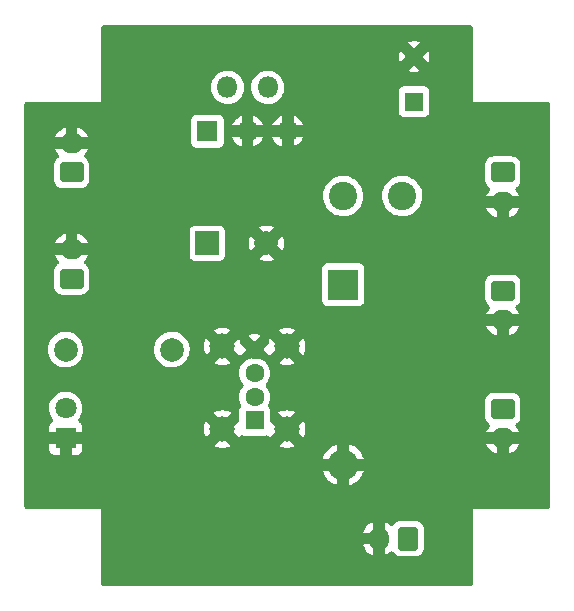
<source format=gbr>
G04 #@! TF.GenerationSoftware,KiCad,Pcbnew,(6.0.1)*
G04 #@! TF.CreationDate,2022-01-19T14:13:58+00:00*
G04 #@! TF.ProjectId,power_supply,706f7765-725f-4737-9570-706c792e6b69,rev?*
G04 #@! TF.SameCoordinates,Original*
G04 #@! TF.FileFunction,Copper,L2,Bot*
G04 #@! TF.FilePolarity,Positive*
%FSLAX46Y46*%
G04 Gerber Fmt 4.6, Leading zero omitted, Abs format (unit mm)*
G04 Created by KiCad (PCBNEW (6.0.1)) date 2022-01-19 14:13:58*
%MOMM*%
%LPD*%
G01*
G04 APERTURE LIST*
G04 Aperture macros list*
%AMRoundRect*
0 Rectangle with rounded corners*
0 $1 Rounding radius*
0 $2 $3 $4 $5 $6 $7 $8 $9 X,Y pos of 4 corners*
0 Add a 4 corners polygon primitive as box body*
4,1,4,$2,$3,$4,$5,$6,$7,$8,$9,$2,$3,0*
0 Add four circle primitives for the rounded corners*
1,1,$1+$1,$2,$3*
1,1,$1+$1,$4,$5*
1,1,$1+$1,$6,$7*
1,1,$1+$1,$8,$9*
0 Add four rect primitives between the rounded corners*
20,1,$1+$1,$2,$3,$4,$5,0*
20,1,$1+$1,$4,$5,$6,$7,0*
20,1,$1+$1,$6,$7,$8,$9,0*
20,1,$1+$1,$8,$9,$2,$3,0*%
G04 Aperture macros list end*
G04 #@! TA.AperFunction,ComponentPad*
%ADD10R,1.600000X1.600000*%
G04 #@! TD*
G04 #@! TA.AperFunction,ComponentPad*
%ADD11C,1.600000*%
G04 #@! TD*
G04 #@! TA.AperFunction,ComponentPad*
%ADD12C,2.150000*%
G04 #@! TD*
G04 #@! TA.AperFunction,ComponentPad*
%ADD13O,1.700000X2.000000*%
G04 #@! TD*
G04 #@! TA.AperFunction,ComponentPad*
%ADD14RoundRect,0.250000X0.600000X0.750000X-0.600000X0.750000X-0.600000X-0.750000X0.600000X-0.750000X0*%
G04 #@! TD*
G04 #@! TA.AperFunction,ComponentPad*
%ADD15O,2.000000X1.700000*%
G04 #@! TD*
G04 #@! TA.AperFunction,ComponentPad*
%ADD16RoundRect,0.250000X-0.750000X0.600000X-0.750000X-0.600000X0.750000X-0.600000X0.750000X0.600000X0*%
G04 #@! TD*
G04 #@! TA.AperFunction,ComponentPad*
%ADD17C,2.000000*%
G04 #@! TD*
G04 #@! TA.AperFunction,ComponentPad*
%ADD18C,1.800000*%
G04 #@! TD*
G04 #@! TA.AperFunction,ComponentPad*
%ADD19R,1.800000X1.800000*%
G04 #@! TD*
G04 #@! TA.AperFunction,ComponentPad*
%ADD20RoundRect,0.250000X0.750000X-0.600000X0.750000X0.600000X-0.750000X0.600000X-0.750000X-0.600000X0*%
G04 #@! TD*
G04 #@! TA.AperFunction,ComponentPad*
%ADD21R,2.000000X2.000000*%
G04 #@! TD*
G04 #@! TA.AperFunction,ComponentPad*
%ADD22R,2.600000X2.600000*%
G04 #@! TD*
G04 #@! TA.AperFunction,ComponentPad*
%ADD23O,2.600000X2.600000*%
G04 #@! TD*
G04 #@! TA.AperFunction,ComponentPad*
%ADD24C,2.400000*%
G04 #@! TD*
G04 #@! TA.AperFunction,ComponentPad*
%ADD25O,1.800000X1.800000*%
G04 #@! TD*
G04 APERTURE END LIST*
D10*
X178500000Y-146000000D03*
D11*
X178500000Y-144000000D03*
X178500000Y-142000000D03*
X178500000Y-140000000D03*
D12*
X181220000Y-139730000D03*
X175780000Y-139730000D03*
X181220000Y-146730000D03*
X175780000Y-146730000D03*
D13*
X189000000Y-156000000D03*
D14*
X191500000Y-156000000D03*
D15*
X199500000Y-147500000D03*
D16*
X199500000Y-145000000D03*
D17*
X162500000Y-140000000D03*
X171500000Y-140000000D03*
D18*
X162500000Y-144960000D03*
D19*
X162500000Y-147500000D03*
D20*
X163000000Y-125000000D03*
D15*
X163000000Y-122500000D03*
D20*
X163000000Y-134000000D03*
D15*
X163000000Y-131500000D03*
D17*
X179500000Y-131000000D03*
D21*
X174500000Y-131000000D03*
D10*
X192000000Y-119000000D03*
D11*
X192000000Y-115200000D03*
D22*
X186000000Y-134500000D03*
D23*
X186000000Y-149740000D03*
D16*
X199500000Y-125000000D03*
D15*
X199500000Y-127500000D03*
D16*
X199500000Y-135000000D03*
D15*
X199500000Y-137500000D03*
D24*
X186000000Y-127000000D03*
X191000000Y-127000000D03*
D19*
X174500000Y-121500000D03*
D25*
X176200000Y-117800000D03*
X177900000Y-121500000D03*
X179600000Y-117800000D03*
X181300000Y-121500000D03*
G04 #@! TA.AperFunction,Conductor*
G36*
X196846288Y-112518954D02*
G01*
X196927070Y-112572930D01*
X196981046Y-112653712D01*
X197000000Y-112749000D01*
X197000000Y-119000000D01*
X203251000Y-119000000D01*
X203346288Y-119018954D01*
X203427070Y-119072930D01*
X203481046Y-119153712D01*
X203500000Y-119249000D01*
X203500000Y-153251000D01*
X203481046Y-153346288D01*
X203427070Y-153427070D01*
X203346288Y-153481046D01*
X203251000Y-153500000D01*
X197000000Y-153500000D01*
X197000000Y-159751000D01*
X196981046Y-159846288D01*
X196927070Y-159927070D01*
X196846288Y-159981046D01*
X196751000Y-160000000D01*
X165749000Y-160000000D01*
X165653712Y-159981046D01*
X165572930Y-159927070D01*
X165518954Y-159846288D01*
X165500000Y-159751000D01*
X165500000Y-156508257D01*
X187699395Y-156508257D01*
X187700385Y-156515771D01*
X187723754Y-156602985D01*
X187731166Y-156623348D01*
X187821805Y-156817725D01*
X187832635Y-156836482D01*
X187955653Y-157012170D01*
X187969576Y-157028764D01*
X188121239Y-157180427D01*
X188137823Y-157194343D01*
X188313522Y-157317369D01*
X188332269Y-157328192D01*
X188477772Y-157396042D01*
X188496490Y-157400622D01*
X188500000Y-157386277D01*
X188500000Y-157381879D01*
X189500000Y-157381879D01*
X189503760Y-157400779D01*
X189518246Y-157397898D01*
X189667729Y-157328193D01*
X189686482Y-157317365D01*
X189862170Y-157194347D01*
X189878764Y-157180424D01*
X189906593Y-157152595D01*
X189987375Y-157098619D01*
X190082663Y-157079665D01*
X190177951Y-157098619D01*
X190258733Y-157152595D01*
X190294399Y-157197636D01*
X190300219Y-157207042D01*
X190300227Y-157207052D01*
X190307834Y-157219345D01*
X190431689Y-157342984D01*
X190444003Y-157350574D01*
X190444005Y-157350576D01*
X190567413Y-157426645D01*
X190580666Y-157434814D01*
X190662069Y-157461815D01*
X190733864Y-157485629D01*
X190733868Y-157485630D01*
X190746772Y-157489910D01*
X190760300Y-157491296D01*
X190843815Y-157499853D01*
X190843823Y-157499853D01*
X190850134Y-157500500D01*
X192149866Y-157500500D01*
X192156262Y-157499836D01*
X192156269Y-157499836D01*
X192240971Y-157491047D01*
X192240973Y-157491047D01*
X192254519Y-157489641D01*
X192267432Y-157485333D01*
X192267436Y-157485332D01*
X192406810Y-157438833D01*
X192420529Y-157434256D01*
X192432826Y-157426646D01*
X192432829Y-157426645D01*
X192516581Y-157374817D01*
X192569345Y-157342166D01*
X192692984Y-157218311D01*
X192705729Y-157197636D01*
X192777220Y-157081654D01*
X192777220Y-157081653D01*
X192784814Y-157069334D01*
X192839910Y-156903228D01*
X192843540Y-156867800D01*
X192849853Y-156806185D01*
X192849853Y-156806177D01*
X192850500Y-156799866D01*
X192850500Y-155200134D01*
X192839641Y-155095481D01*
X192784256Y-154929471D01*
X192776594Y-154917088D01*
X192699776Y-154792953D01*
X192692166Y-154780655D01*
X192568311Y-154657016D01*
X192555997Y-154649426D01*
X192555995Y-154649424D01*
X192431654Y-154572780D01*
X192431653Y-154572780D01*
X192419334Y-154565186D01*
X192337931Y-154538185D01*
X192266136Y-154514371D01*
X192266132Y-154514370D01*
X192253228Y-154510090D01*
X192236366Y-154508362D01*
X192156185Y-154500147D01*
X192156177Y-154500147D01*
X192149866Y-154499500D01*
X190850134Y-154499500D01*
X190843738Y-154500164D01*
X190843731Y-154500164D01*
X190759029Y-154508953D01*
X190759027Y-154508953D01*
X190745481Y-154510359D01*
X190732568Y-154514667D01*
X190732564Y-154514668D01*
X190594800Y-154560630D01*
X190579471Y-154565744D01*
X190567174Y-154573354D01*
X190567171Y-154573355D01*
X190483419Y-154625183D01*
X190430655Y-154657834D01*
X190307016Y-154781689D01*
X190294549Y-154801914D01*
X190228416Y-154873083D01*
X190140080Y-154913527D01*
X190042990Y-154917088D01*
X189951928Y-154883223D01*
X189906514Y-154847326D01*
X189878761Y-154819573D01*
X189862177Y-154805657D01*
X189686478Y-154682631D01*
X189667731Y-154671808D01*
X189522228Y-154603958D01*
X189503510Y-154599378D01*
X189500000Y-154613723D01*
X189500000Y-157381879D01*
X188500000Y-157381879D01*
X188500000Y-156524527D01*
X188495931Y-156504069D01*
X188475473Y-156500000D01*
X187720686Y-156500000D01*
X187700228Y-156504069D01*
X187699395Y-156508257D01*
X165500000Y-156508257D01*
X165500000Y-155497123D01*
X187701143Y-155497123D01*
X187704970Y-155499011D01*
X187712484Y-155500000D01*
X188475473Y-155500000D01*
X188495931Y-155495931D01*
X188500000Y-155475473D01*
X188500000Y-154618121D01*
X188496240Y-154599221D01*
X188481754Y-154602102D01*
X188332271Y-154671807D01*
X188313518Y-154682635D01*
X188137830Y-154805653D01*
X188121236Y-154819576D01*
X187969576Y-154971236D01*
X187955653Y-154987830D01*
X187832635Y-155163518D01*
X187821805Y-155182275D01*
X187731166Y-155376652D01*
X187723754Y-155397015D01*
X187702507Y-155476309D01*
X187701143Y-155497123D01*
X165500000Y-155497123D01*
X165500000Y-153500000D01*
X159249000Y-153500000D01*
X159153712Y-153481046D01*
X159072930Y-153427070D01*
X159018954Y-153346288D01*
X159000000Y-153251000D01*
X159000000Y-150243996D01*
X184271369Y-150243996D01*
X184274198Y-150260245D01*
X184347884Y-150465478D01*
X184355383Y-150482320D01*
X184473267Y-150701715D01*
X184483167Y-150717254D01*
X184632188Y-150916816D01*
X184644273Y-150930719D01*
X184821154Y-151106064D01*
X184835168Y-151118033D01*
X185036027Y-151265309D01*
X185051641Y-151275066D01*
X185272059Y-151391033D01*
X185288967Y-151398385D01*
X185476849Y-151463996D01*
X185497327Y-151466875D01*
X185500000Y-151451116D01*
X185500000Y-151445259D01*
X186500000Y-151445259D01*
X186504069Y-151465717D01*
X186508532Y-151466604D01*
X186515520Y-151465700D01*
X186578729Y-151449058D01*
X186596157Y-151443057D01*
X186824993Y-151344741D01*
X186841330Y-151336237D01*
X187053121Y-151205177D01*
X187068033Y-151194343D01*
X187258122Y-151033421D01*
X187271268Y-151020502D01*
X187435483Y-150833250D01*
X187446573Y-150818534D01*
X187581306Y-150609068D01*
X187590101Y-150592868D01*
X187692395Y-150365785D01*
X187698697Y-150348469D01*
X187722632Y-150263602D01*
X187724269Y-150242812D01*
X187721209Y-150241253D01*
X187712147Y-150240000D01*
X186524527Y-150240000D01*
X186504069Y-150244069D01*
X186500000Y-150264527D01*
X186500000Y-151445259D01*
X185500000Y-151445259D01*
X185500000Y-150264527D01*
X185495931Y-150244069D01*
X185475473Y-150240000D01*
X184291456Y-150240000D01*
X184271369Y-150243996D01*
X159000000Y-150243996D01*
X159000000Y-149237058D01*
X184274700Y-149237058D01*
X184279312Y-149239257D01*
X184285253Y-149240000D01*
X185475473Y-149240000D01*
X185495931Y-149235931D01*
X185500000Y-149215473D01*
X186500000Y-149215473D01*
X186504069Y-149235931D01*
X186524527Y-149240000D01*
X187707926Y-149240000D01*
X187728384Y-149235931D01*
X187729706Y-149229282D01*
X187729392Y-149226474D01*
X187728216Y-149221274D01*
X187722824Y-149203639D01*
X187632561Y-148971526D01*
X187624619Y-148954876D01*
X187501039Y-148738656D01*
X187490731Y-148723374D01*
X187336541Y-148527786D01*
X187324090Y-148514197D01*
X187142683Y-148343546D01*
X187128360Y-148331947D01*
X186923727Y-148189989D01*
X186907839Y-148180630D01*
X186684475Y-148070479D01*
X186667378Y-148063572D01*
X186523357Y-148017470D01*
X186502635Y-148015109D01*
X186502056Y-148016153D01*
X186500000Y-148029320D01*
X186500000Y-149215473D01*
X185500000Y-149215473D01*
X185500000Y-148035275D01*
X185495931Y-148014817D01*
X185493111Y-148014256D01*
X185483021Y-148015697D01*
X185376728Y-148046678D01*
X185359470Y-148053130D01*
X185133286Y-148157402D01*
X185117168Y-148166337D01*
X184908883Y-148302894D01*
X184894266Y-148314111D01*
X184708449Y-148479959D01*
X184695649Y-148493214D01*
X184536393Y-148684698D01*
X184525691Y-148699701D01*
X184396480Y-148912633D01*
X184388120Y-148929041D01*
X184291806Y-149158725D01*
X184285956Y-149176206D01*
X184275792Y-149216231D01*
X184274700Y-149237058D01*
X159000000Y-149237058D01*
X159000000Y-148440593D01*
X161100000Y-148440593D01*
X161100727Y-148454028D01*
X161104956Y-148492955D01*
X161112122Y-148523089D01*
X161150691Y-148625973D01*
X161167554Y-148656774D01*
X161232171Y-148742992D01*
X161257008Y-148767829D01*
X161343226Y-148832446D01*
X161374027Y-148849309D01*
X161476911Y-148887878D01*
X161507045Y-148895044D01*
X161545972Y-148899273D01*
X161559407Y-148900000D01*
X161975473Y-148900000D01*
X161995931Y-148895931D01*
X162000000Y-148875473D01*
X163000000Y-148875473D01*
X163004069Y-148895931D01*
X163024527Y-148900000D01*
X163440593Y-148900000D01*
X163454028Y-148899273D01*
X163492955Y-148895044D01*
X163523089Y-148887878D01*
X163625973Y-148849309D01*
X163656774Y-148832446D01*
X163742992Y-148767829D01*
X163767829Y-148742992D01*
X163832446Y-148656774D01*
X163849309Y-148625973D01*
X163887878Y-148523089D01*
X163895044Y-148492955D01*
X163899273Y-148454028D01*
X163900000Y-148440593D01*
X163900000Y-148141239D01*
X175081184Y-148141239D01*
X175097204Y-148151944D01*
X175282761Y-148228805D01*
X175301303Y-148234829D01*
X175523343Y-148288136D01*
X175542606Y-148291186D01*
X175770242Y-148309102D01*
X175789758Y-148309102D01*
X176017394Y-148291186D01*
X176036657Y-148288136D01*
X176258697Y-148234829D01*
X176277239Y-148228805D01*
X176462794Y-148151945D01*
X176478816Y-148141239D01*
X180521184Y-148141239D01*
X180537204Y-148151944D01*
X180722761Y-148228805D01*
X180741303Y-148234829D01*
X180963343Y-148288136D01*
X180982606Y-148291186D01*
X181210242Y-148309102D01*
X181229758Y-148309102D01*
X181457394Y-148291186D01*
X181476657Y-148288136D01*
X181698697Y-148234829D01*
X181717239Y-148228805D01*
X181902794Y-148151945D01*
X181918816Y-148141239D01*
X181908112Y-148125219D01*
X181786653Y-148003760D01*
X198099221Y-148003760D01*
X198102102Y-148018246D01*
X198171807Y-148167729D01*
X198182635Y-148186482D01*
X198305653Y-148362170D01*
X198319576Y-148378764D01*
X198471236Y-148530424D01*
X198487830Y-148544347D01*
X198663518Y-148667365D01*
X198682275Y-148678195D01*
X198876652Y-148768834D01*
X198897015Y-148776246D01*
X198976309Y-148797493D01*
X198997123Y-148798857D01*
X198999011Y-148795030D01*
X199000000Y-148787516D01*
X199000000Y-148779314D01*
X200000000Y-148779314D01*
X200004069Y-148799772D01*
X200008257Y-148800605D01*
X200015771Y-148799615D01*
X200102985Y-148776246D01*
X200123348Y-148768834D01*
X200317725Y-148678195D01*
X200336482Y-148667365D01*
X200512170Y-148544347D01*
X200528764Y-148530424D01*
X200680427Y-148378761D01*
X200694343Y-148362177D01*
X200817369Y-148186478D01*
X200828192Y-148167731D01*
X200896042Y-148022228D01*
X200900622Y-148003510D01*
X200886277Y-148000000D01*
X200024527Y-148000000D01*
X200004069Y-148004069D01*
X200000000Y-148024527D01*
X200000000Y-148779314D01*
X199000000Y-148779314D01*
X199000000Y-148024527D01*
X198995931Y-148004069D01*
X198975473Y-148000000D01*
X198118121Y-148000000D01*
X198099221Y-148003760D01*
X181786653Y-148003760D01*
X181237341Y-147454448D01*
X181220000Y-147442861D01*
X181202659Y-147454448D01*
X180531889Y-148125218D01*
X180521184Y-148141239D01*
X176478816Y-148141239D01*
X176468112Y-148125219D01*
X175797341Y-147454448D01*
X175780000Y-147442861D01*
X175762659Y-147454448D01*
X175091889Y-148125218D01*
X175081184Y-148141239D01*
X163900000Y-148141239D01*
X163900000Y-148024527D01*
X163895931Y-148004069D01*
X163875473Y-148000000D01*
X163024527Y-148000000D01*
X163004069Y-148004069D01*
X163000000Y-148024527D01*
X163000000Y-148875473D01*
X162000000Y-148875473D01*
X162000000Y-148024527D01*
X161995931Y-148004069D01*
X161975473Y-148000000D01*
X161124527Y-148000000D01*
X161104069Y-148004069D01*
X161100000Y-148024527D01*
X161100000Y-148440593D01*
X159000000Y-148440593D01*
X159000000Y-144925665D01*
X161095119Y-144925665D01*
X161108376Y-145155580D01*
X161110623Y-145165548D01*
X161110623Y-145165552D01*
X161148761Y-145334781D01*
X161159006Y-145380242D01*
X161245649Y-145593618D01*
X161365979Y-145789978D01*
X161372668Y-145797700D01*
X161380360Y-145806580D01*
X161428422Y-145891014D01*
X161440514Y-145987414D01*
X161414794Y-146081103D01*
X161355180Y-146157818D01*
X161341482Y-146168861D01*
X161257008Y-146232171D01*
X161232171Y-146257008D01*
X161167554Y-146343226D01*
X161150691Y-146374027D01*
X161112122Y-146476911D01*
X161104956Y-146507045D01*
X161100727Y-146545972D01*
X161100000Y-146559407D01*
X161100000Y-146975473D01*
X161104069Y-146995931D01*
X161124527Y-147000000D01*
X163875473Y-147000000D01*
X163895931Y-146995931D01*
X163900000Y-146975473D01*
X163900000Y-146739758D01*
X174200898Y-146739758D01*
X174218814Y-146967394D01*
X174221864Y-146986657D01*
X174275171Y-147208697D01*
X174281195Y-147227239D01*
X174358055Y-147412794D01*
X174368761Y-147428816D01*
X174384781Y-147418112D01*
X175055552Y-146747341D01*
X175067139Y-146730000D01*
X176492861Y-146730000D01*
X176504448Y-146747341D01*
X177175218Y-147418111D01*
X177191239Y-147428816D01*
X177201944Y-147412795D01*
X177204839Y-147405806D01*
X177258814Y-147325024D01*
X177339595Y-147271046D01*
X177434883Y-147252091D01*
X177522291Y-147267936D01*
X177576804Y-147288372D01*
X177576805Y-147288372D01*
X177591420Y-147293851D01*
X177652623Y-147300500D01*
X178499434Y-147300500D01*
X179347376Y-147300499D01*
X179408580Y-147293851D01*
X179477710Y-147267936D01*
X179573587Y-147252235D01*
X179668175Y-147274421D01*
X179747073Y-147331115D01*
X179795161Y-147405806D01*
X179798055Y-147412793D01*
X179808761Y-147428816D01*
X179824781Y-147418112D01*
X180495552Y-146747341D01*
X180507139Y-146730000D01*
X181932861Y-146730000D01*
X181944448Y-146747341D01*
X182615218Y-147418111D01*
X182631239Y-147428816D01*
X182641944Y-147412796D01*
X182718805Y-147227239D01*
X182724829Y-147208697D01*
X182778136Y-146986657D01*
X182781186Y-146967394D01*
X182799102Y-146739758D01*
X182799102Y-146720242D01*
X182781186Y-146492606D01*
X182778136Y-146473343D01*
X182724829Y-146251303D01*
X182718805Y-146232761D01*
X182641945Y-146047206D01*
X182631239Y-146031184D01*
X182615219Y-146041888D01*
X181944448Y-146712659D01*
X181932861Y-146730000D01*
X180507139Y-146730000D01*
X180495552Y-146712659D01*
X179873430Y-146090537D01*
X179819454Y-146009755D01*
X179800500Y-145914467D01*
X179800499Y-145318761D01*
X180521184Y-145318761D01*
X180531888Y-145334781D01*
X181202659Y-146005552D01*
X181220000Y-146017139D01*
X181237341Y-146005552D01*
X181593027Y-145649866D01*
X197999500Y-145649866D01*
X198000164Y-145656262D01*
X198000164Y-145656269D01*
X198003019Y-145683783D01*
X198010359Y-145754519D01*
X198014667Y-145767432D01*
X198014668Y-145767436D01*
X198022189Y-145789978D01*
X198065744Y-145920529D01*
X198073354Y-145932826D01*
X198073355Y-145932829D01*
X198117344Y-146003914D01*
X198157834Y-146069345D01*
X198168070Y-146079563D01*
X198246462Y-146157818D01*
X198281689Y-146192984D01*
X198301914Y-146205451D01*
X198373083Y-146271584D01*
X198413527Y-146359920D01*
X198417088Y-146457010D01*
X198383223Y-146548072D01*
X198347326Y-146593486D01*
X198319573Y-146621239D01*
X198305657Y-146637823D01*
X198182631Y-146813522D01*
X198171808Y-146832269D01*
X198103958Y-146977772D01*
X198099378Y-146996490D01*
X198113723Y-147000000D01*
X200881879Y-147000000D01*
X200900779Y-146996240D01*
X200897898Y-146981754D01*
X200828193Y-146832271D01*
X200817365Y-146813518D01*
X200694347Y-146637830D01*
X200680424Y-146621236D01*
X200652595Y-146593407D01*
X200598619Y-146512625D01*
X200579665Y-146417337D01*
X200598619Y-146322049D01*
X200652595Y-146241267D01*
X200697636Y-146205601D01*
X200707042Y-146199781D01*
X200707052Y-146199773D01*
X200719345Y-146192166D01*
X200842984Y-146068311D01*
X200855994Y-146047206D01*
X200927220Y-145931654D01*
X200927220Y-145931653D01*
X200934814Y-145919334D01*
X200975159Y-145797700D01*
X200985629Y-145766136D01*
X200985630Y-145766132D01*
X200989910Y-145753228D01*
X201000500Y-145649866D01*
X201000500Y-144350134D01*
X200995848Y-144305295D01*
X200991047Y-144259029D01*
X200991047Y-144259027D01*
X200989641Y-144245481D01*
X200934256Y-144079471D01*
X200891784Y-144010836D01*
X200849776Y-143942953D01*
X200842166Y-143930655D01*
X200718311Y-143807016D01*
X200705997Y-143799426D01*
X200705995Y-143799424D01*
X200581654Y-143722780D01*
X200581653Y-143722780D01*
X200569334Y-143715186D01*
X200457821Y-143678198D01*
X200416136Y-143664371D01*
X200416132Y-143664370D01*
X200403228Y-143660090D01*
X200386366Y-143658362D01*
X200306185Y-143650147D01*
X200306177Y-143650147D01*
X200299866Y-143649500D01*
X198700134Y-143649500D01*
X198693738Y-143650164D01*
X198693731Y-143650164D01*
X198609029Y-143658953D01*
X198609027Y-143658953D01*
X198595481Y-143660359D01*
X198582568Y-143664667D01*
X198582564Y-143664668D01*
X198444800Y-143710630D01*
X198429471Y-143715744D01*
X198417174Y-143723354D01*
X198417171Y-143723355D01*
X198353413Y-143762810D01*
X198280655Y-143807834D01*
X198270437Y-143818070D01*
X198172173Y-143916506D01*
X198157016Y-143931689D01*
X198065186Y-144080666D01*
X198060630Y-144094403D01*
X198014803Y-144232564D01*
X198010090Y-144246772D01*
X197999500Y-144350134D01*
X197999500Y-145649866D01*
X181593027Y-145649866D01*
X181908111Y-145334782D01*
X181918816Y-145318761D01*
X181902796Y-145308056D01*
X181717239Y-145231195D01*
X181698697Y-145225171D01*
X181476657Y-145171864D01*
X181457394Y-145168814D01*
X181229758Y-145150898D01*
X181210242Y-145150898D01*
X180982606Y-145168814D01*
X180963343Y-145171864D01*
X180741303Y-145225171D01*
X180722761Y-145231195D01*
X180537206Y-145308055D01*
X180521184Y-145318761D01*
X179800499Y-145318761D01*
X179800499Y-145159366D01*
X179800499Y-145152624D01*
X179793851Y-145091420D01*
X179743526Y-144957176D01*
X179675842Y-144866866D01*
X179633862Y-144779248D01*
X179628608Y-144682235D01*
X179649422Y-144612302D01*
X179698469Y-144507120D01*
X179726739Y-144446496D01*
X179785635Y-144226692D01*
X179798853Y-144075616D01*
X179804520Y-144010836D01*
X179805468Y-144000000D01*
X179797517Y-143909119D01*
X179786583Y-143784140D01*
X179786582Y-143784136D01*
X179785635Y-143773308D01*
X179726739Y-143553504D01*
X179630568Y-143347266D01*
X179500047Y-143160861D01*
X179496787Y-143157601D01*
X179451402Y-143074874D01*
X179440826Y-142978297D01*
X179468013Y-142885023D01*
X179495903Y-142843283D01*
X179500047Y-142839139D01*
X179630568Y-142652734D01*
X179726739Y-142446496D01*
X179785635Y-142226692D01*
X179805468Y-142000000D01*
X179785635Y-141773308D01*
X179726739Y-141553504D01*
X179630568Y-141347266D01*
X179500047Y-141160861D01*
X179480425Y-141141239D01*
X180521184Y-141141239D01*
X180537204Y-141151944D01*
X180722761Y-141228805D01*
X180741303Y-141234829D01*
X180963343Y-141288136D01*
X180982606Y-141291186D01*
X181210242Y-141309102D01*
X181229758Y-141309102D01*
X181457394Y-141291186D01*
X181476657Y-141288136D01*
X181698697Y-141234829D01*
X181717239Y-141228805D01*
X181902794Y-141151945D01*
X181918816Y-141141239D01*
X181908112Y-141125219D01*
X181237341Y-140454448D01*
X181220000Y-140442861D01*
X181202659Y-140454448D01*
X180531889Y-141125218D01*
X180521184Y-141141239D01*
X179480425Y-141141239D01*
X179339139Y-140999953D01*
X179152734Y-140869432D01*
X178946496Y-140773261D01*
X178920529Y-140766303D01*
X178737190Y-140717178D01*
X178737191Y-140717178D01*
X178726692Y-140714365D01*
X178715864Y-140713418D01*
X178715860Y-140713417D01*
X178510836Y-140695480D01*
X178500000Y-140694532D01*
X178489164Y-140695480D01*
X178284140Y-140713417D01*
X178284136Y-140713418D01*
X178273308Y-140714365D01*
X178262809Y-140717178D01*
X178262810Y-140717178D01*
X178079472Y-140766303D01*
X178053504Y-140773261D01*
X177847266Y-140869432D01*
X177660861Y-140999953D01*
X177499953Y-141160861D01*
X177369432Y-141347266D01*
X177273261Y-141553504D01*
X177214365Y-141773308D01*
X177194532Y-142000000D01*
X177214365Y-142226692D01*
X177273261Y-142446496D01*
X177369432Y-142652734D01*
X177499953Y-142839139D01*
X177503213Y-142842399D01*
X177548598Y-142925126D01*
X177559174Y-143021703D01*
X177531987Y-143114977D01*
X177504097Y-143156717D01*
X177499953Y-143160861D01*
X177369432Y-143347266D01*
X177273261Y-143553504D01*
X177214365Y-143773308D01*
X177213418Y-143784136D01*
X177213417Y-143784140D01*
X177202483Y-143909119D01*
X177194532Y-144000000D01*
X177195480Y-144010836D01*
X177201148Y-144075616D01*
X177214365Y-144226692D01*
X177273261Y-144446496D01*
X177301531Y-144507120D01*
X177350578Y-144612302D01*
X177373670Y-144706673D01*
X177358890Y-144802697D01*
X177324158Y-144866866D01*
X177256474Y-144957176D01*
X177206149Y-145091420D01*
X177199500Y-145152623D01*
X177199500Y-145914469D01*
X177180547Y-146009754D01*
X177126571Y-146090536D01*
X176504448Y-146712659D01*
X176492861Y-146730000D01*
X175067139Y-146730000D01*
X175055552Y-146712659D01*
X174384782Y-146041889D01*
X174368761Y-146031184D01*
X174358056Y-146047204D01*
X174281195Y-146232761D01*
X174275171Y-146251303D01*
X174221864Y-146473343D01*
X174218814Y-146492606D01*
X174200898Y-146720242D01*
X174200898Y-146739758D01*
X163900000Y-146739758D01*
X163900000Y-146559407D01*
X163899273Y-146545972D01*
X163895044Y-146507045D01*
X163887878Y-146476911D01*
X163849309Y-146374027D01*
X163832446Y-146343226D01*
X163767829Y-146257008D01*
X163742988Y-146232167D01*
X163657192Y-146167866D01*
X163592309Y-146095553D01*
X163560038Y-146003914D01*
X163565292Y-145906901D01*
X163604312Y-145823317D01*
X163704577Y-145683783D01*
X163718176Y-145656269D01*
X163802089Y-145486482D01*
X163806615Y-145477325D01*
X163854791Y-145318761D01*
X175081184Y-145318761D01*
X175091888Y-145334781D01*
X175762659Y-146005552D01*
X175780000Y-146017139D01*
X175797341Y-146005552D01*
X176468111Y-145334782D01*
X176478816Y-145318761D01*
X176462796Y-145308056D01*
X176277239Y-145231195D01*
X176258697Y-145225171D01*
X176036657Y-145171864D01*
X176017394Y-145168814D01*
X175789758Y-145150898D01*
X175770242Y-145150898D01*
X175542606Y-145168814D01*
X175523343Y-145171864D01*
X175301303Y-145225171D01*
X175282761Y-145231195D01*
X175097206Y-145308055D01*
X175081184Y-145318761D01*
X163854791Y-145318761D01*
X163873563Y-145256975D01*
X163886413Y-145159366D01*
X163902758Y-145035214D01*
X163902758Y-145035209D01*
X163903622Y-145028649D01*
X163905300Y-144960000D01*
X163886430Y-144730478D01*
X163875467Y-144686830D01*
X163832817Y-144517036D01*
X163832816Y-144517033D01*
X163830326Y-144507120D01*
X163762067Y-144350134D01*
X163742571Y-144305295D01*
X163742569Y-144305291D01*
X163738496Y-144295924D01*
X163613405Y-144102563D01*
X163510219Y-143989164D01*
X163465284Y-143939781D01*
X163465283Y-143939780D01*
X163458412Y-143932229D01*
X163277681Y-143789496D01*
X163076065Y-143678198D01*
X163066439Y-143674789D01*
X163066434Y-143674787D01*
X162868608Y-143604733D01*
X162868606Y-143604732D01*
X162858978Y-143601323D01*
X162632250Y-143560937D01*
X162622028Y-143560812D01*
X162622027Y-143560812D01*
X162483389Y-143559118D01*
X162401971Y-143558123D01*
X162391870Y-143559669D01*
X162391865Y-143559669D01*
X162234188Y-143583798D01*
X162174325Y-143592958D01*
X162164611Y-143596133D01*
X162164607Y-143596134D01*
X162138299Y-143604733D01*
X161955424Y-143664506D01*
X161751149Y-143770845D01*
X161566984Y-143909119D01*
X161559925Y-143916506D01*
X161414945Y-144068219D01*
X161414941Y-144068224D01*
X161407877Y-144075616D01*
X161394645Y-144095014D01*
X161292003Y-144245481D01*
X161278099Y-144265863D01*
X161181136Y-144474752D01*
X161119592Y-144696673D01*
X161095119Y-144925665D01*
X159000000Y-144925665D01*
X159000000Y-139963214D01*
X160994806Y-139963214D01*
X161009010Y-140209545D01*
X161011257Y-140219514D01*
X161011257Y-140219517D01*
X161056013Y-140418114D01*
X161063255Y-140450249D01*
X161156084Y-140678861D01*
X161285006Y-140889241D01*
X161446557Y-141075741D01*
X161636399Y-141233351D01*
X161849433Y-141357838D01*
X162079939Y-141445859D01*
X162089950Y-141447896D01*
X162089954Y-141447897D01*
X162311713Y-141493015D01*
X162311715Y-141493015D01*
X162321726Y-141495052D01*
X162424353Y-141498815D01*
X162558087Y-141503719D01*
X162558093Y-141503719D01*
X162568300Y-141504093D01*
X162578431Y-141502795D01*
X162578436Y-141502795D01*
X162713670Y-141485471D01*
X162813041Y-141472741D01*
X163049374Y-141401838D01*
X163270954Y-141293287D01*
X163354981Y-141233351D01*
X163463512Y-141155937D01*
X163463516Y-141155934D01*
X163471829Y-141150004D01*
X163646605Y-140975837D01*
X163790588Y-140775463D01*
X163899911Y-140554264D01*
X163923531Y-140476524D01*
X163968669Y-140327956D01*
X163968669Y-140327954D01*
X163971639Y-140318180D01*
X164003845Y-140073550D01*
X164005643Y-140000000D01*
X164004218Y-139982661D01*
X164002619Y-139963214D01*
X169994806Y-139963214D01*
X170009010Y-140209545D01*
X170011257Y-140219514D01*
X170011257Y-140219517D01*
X170056013Y-140418114D01*
X170063255Y-140450249D01*
X170156084Y-140678861D01*
X170285006Y-140889241D01*
X170446557Y-141075741D01*
X170636399Y-141233351D01*
X170849433Y-141357838D01*
X171079939Y-141445859D01*
X171089950Y-141447896D01*
X171089954Y-141447897D01*
X171311713Y-141493015D01*
X171311715Y-141493015D01*
X171321726Y-141495052D01*
X171424353Y-141498815D01*
X171558087Y-141503719D01*
X171558093Y-141503719D01*
X171568300Y-141504093D01*
X171578431Y-141502795D01*
X171578436Y-141502795D01*
X171713670Y-141485471D01*
X171813041Y-141472741D01*
X172049374Y-141401838D01*
X172270954Y-141293287D01*
X172354981Y-141233351D01*
X172463512Y-141155937D01*
X172463516Y-141155934D01*
X172471829Y-141150004D01*
X172480625Y-141141239D01*
X175081184Y-141141239D01*
X175097204Y-141151944D01*
X175282761Y-141228805D01*
X175301303Y-141234829D01*
X175523343Y-141288136D01*
X175542606Y-141291186D01*
X175770242Y-141309102D01*
X175789758Y-141309102D01*
X176017394Y-141291186D01*
X176036657Y-141288136D01*
X176258697Y-141234829D01*
X176277239Y-141228805D01*
X176462794Y-141151945D01*
X176478816Y-141141239D01*
X176468112Y-141125219D01*
X175797341Y-140454448D01*
X175780000Y-140442861D01*
X175762659Y-140454448D01*
X175091889Y-141125218D01*
X175081184Y-141141239D01*
X172480625Y-141141239D01*
X172646605Y-140975837D01*
X172790588Y-140775463D01*
X172899911Y-140554264D01*
X172923531Y-140476524D01*
X172968669Y-140327956D01*
X172968669Y-140327954D01*
X172971639Y-140318180D01*
X173003845Y-140073550D01*
X173005643Y-140000000D01*
X173004218Y-139982661D01*
X172986262Y-139764271D01*
X172985425Y-139754089D01*
X172981825Y-139739758D01*
X174200898Y-139739758D01*
X174218814Y-139967394D01*
X174221864Y-139986657D01*
X174275171Y-140208697D01*
X174281195Y-140227239D01*
X174358055Y-140412794D01*
X174368761Y-140428816D01*
X174384781Y-140418112D01*
X175055552Y-139747341D01*
X175067139Y-139730000D01*
X176492861Y-139730000D01*
X176504448Y-139747341D01*
X177175218Y-140418111D01*
X177214688Y-140444484D01*
X177260289Y-140463373D01*
X177274027Y-140476524D01*
X177297644Y-140490856D01*
X177312300Y-140480593D01*
X177775551Y-140017342D01*
X177787139Y-140000000D01*
X179212861Y-140000000D01*
X179224449Y-140017342D01*
X179685762Y-140478656D01*
X179703104Y-140490244D01*
X179740836Y-140465032D01*
X179741103Y-140465432D01*
X179746889Y-140459892D01*
X179785396Y-140444429D01*
X179824779Y-140418114D01*
X180495552Y-139747341D01*
X180507139Y-139730000D01*
X181932861Y-139730000D01*
X181944448Y-139747341D01*
X182615218Y-140418111D01*
X182631239Y-140428816D01*
X182641944Y-140412796D01*
X182718805Y-140227239D01*
X182724829Y-140208697D01*
X182778136Y-139986657D01*
X182781186Y-139967394D01*
X182799102Y-139739758D01*
X182799102Y-139720242D01*
X182781186Y-139492606D01*
X182778136Y-139473343D01*
X182724829Y-139251303D01*
X182718805Y-139232761D01*
X182641945Y-139047206D01*
X182631239Y-139031184D01*
X182615219Y-139041888D01*
X181944448Y-139712659D01*
X181932861Y-139730000D01*
X180507139Y-139730000D01*
X180495552Y-139712659D01*
X179824782Y-139041889D01*
X179808761Y-139031184D01*
X179798056Y-139047204D01*
X179721198Y-139232755D01*
X179715170Y-139251308D01*
X179707572Y-139282954D01*
X179706350Y-139314057D01*
X179719086Y-139394464D01*
X179696407Y-139488934D01*
X179646348Y-139560760D01*
X179224447Y-139982661D01*
X179212861Y-140000000D01*
X177787139Y-140000000D01*
X177775553Y-139982661D01*
X177355268Y-139562376D01*
X177301292Y-139481594D01*
X177282338Y-139386306D01*
X177287123Y-139337727D01*
X177295244Y-139296904D01*
X177294725Y-139292522D01*
X177284830Y-139251308D01*
X177278802Y-139232755D01*
X177201945Y-139047206D01*
X177191239Y-139031184D01*
X177175219Y-139041888D01*
X176504448Y-139712659D01*
X176492861Y-139730000D01*
X175067139Y-139730000D01*
X175055552Y-139712659D01*
X174384782Y-139041889D01*
X174368761Y-139031184D01*
X174358056Y-139047204D01*
X174281195Y-139232761D01*
X174275171Y-139251303D01*
X174221864Y-139473343D01*
X174218814Y-139492606D01*
X174200898Y-139720242D01*
X174200898Y-139739758D01*
X172981825Y-139739758D01*
X172925316Y-139514783D01*
X172826928Y-139288507D01*
X172692905Y-139081339D01*
X172526846Y-138898842D01*
X172333210Y-138745918D01*
X172288463Y-138721216D01*
X172126143Y-138631611D01*
X172126144Y-138631611D01*
X172117198Y-138626673D01*
X172107572Y-138623264D01*
X172107567Y-138623262D01*
X171894240Y-138547719D01*
X171894238Y-138547718D01*
X171884610Y-138544309D01*
X171641694Y-138501039D01*
X171631474Y-138500914D01*
X171631472Y-138500914D01*
X171491179Y-138499200D01*
X171394972Y-138498025D01*
X171205826Y-138526968D01*
X171161166Y-138533802D01*
X171161165Y-138533802D01*
X171151070Y-138535347D01*
X171141359Y-138538521D01*
X170926250Y-138608829D01*
X170926247Y-138608830D01*
X170916540Y-138612003D01*
X170697679Y-138725935D01*
X170500364Y-138874083D01*
X170493312Y-138881463D01*
X170493307Y-138881467D01*
X170469480Y-138906401D01*
X170329896Y-139052468D01*
X170190851Y-139256300D01*
X170086965Y-139480104D01*
X170084238Y-139489939D01*
X170084236Y-139489943D01*
X170023757Y-139708022D01*
X170021026Y-139717871D01*
X169994806Y-139963214D01*
X164002619Y-139963214D01*
X163986262Y-139764271D01*
X163985425Y-139754089D01*
X163925316Y-139514783D01*
X163826928Y-139288507D01*
X163692905Y-139081339D01*
X163526846Y-138898842D01*
X163333210Y-138745918D01*
X163288463Y-138721216D01*
X163126143Y-138631611D01*
X163126144Y-138631611D01*
X163117198Y-138626673D01*
X163107572Y-138623264D01*
X163107567Y-138623262D01*
X162894240Y-138547719D01*
X162894238Y-138547718D01*
X162884610Y-138544309D01*
X162641694Y-138501039D01*
X162631474Y-138500914D01*
X162631472Y-138500914D01*
X162491179Y-138499200D01*
X162394972Y-138498025D01*
X162205826Y-138526968D01*
X162161166Y-138533802D01*
X162161165Y-138533802D01*
X162151070Y-138535347D01*
X162141359Y-138538521D01*
X161926250Y-138608829D01*
X161926247Y-138608830D01*
X161916540Y-138612003D01*
X161697679Y-138725935D01*
X161500364Y-138874083D01*
X161493312Y-138881463D01*
X161493307Y-138881467D01*
X161469480Y-138906401D01*
X161329896Y-139052468D01*
X161190851Y-139256300D01*
X161086965Y-139480104D01*
X161084238Y-139489939D01*
X161084236Y-139489943D01*
X161023757Y-139708022D01*
X161021026Y-139717871D01*
X160994806Y-139963214D01*
X159000000Y-139963214D01*
X159000000Y-138318761D01*
X175081184Y-138318761D01*
X175091888Y-138334781D01*
X175762659Y-139005552D01*
X175780000Y-139017139D01*
X175797341Y-139005552D01*
X176004314Y-138798579D01*
X178009798Y-138798579D01*
X178019407Y-138812300D01*
X178482658Y-139275551D01*
X178500000Y-139287139D01*
X178517342Y-139275551D01*
X178978656Y-138814238D01*
X178989975Y-138797297D01*
X178976253Y-138787689D01*
X178956183Y-138778330D01*
X178935819Y-138770918D01*
X178737106Y-138717673D01*
X178715780Y-138713912D01*
X178510824Y-138695981D01*
X178489176Y-138695981D01*
X178284220Y-138713912D01*
X178262894Y-138717673D01*
X178064181Y-138770918D01*
X178043817Y-138778330D01*
X178026229Y-138786532D01*
X178009798Y-138798579D01*
X176004314Y-138798579D01*
X176468111Y-138334782D01*
X176478816Y-138318761D01*
X180521184Y-138318761D01*
X180531888Y-138334781D01*
X181202659Y-139005552D01*
X181220000Y-139017139D01*
X181237341Y-139005552D01*
X181908111Y-138334782D01*
X181918816Y-138318761D01*
X181902796Y-138308056D01*
X181717239Y-138231195D01*
X181698697Y-138225171D01*
X181476657Y-138171864D01*
X181457394Y-138168814D01*
X181229758Y-138150898D01*
X181210242Y-138150898D01*
X180982606Y-138168814D01*
X180963343Y-138171864D01*
X180741303Y-138225171D01*
X180722761Y-138231195D01*
X180537206Y-138308055D01*
X180521184Y-138318761D01*
X176478816Y-138318761D01*
X176462796Y-138308056D01*
X176277239Y-138231195D01*
X176258697Y-138225171D01*
X176036657Y-138171864D01*
X176017394Y-138168814D01*
X175789758Y-138150898D01*
X175770242Y-138150898D01*
X175542606Y-138168814D01*
X175523343Y-138171864D01*
X175301303Y-138225171D01*
X175282761Y-138231195D01*
X175097206Y-138308055D01*
X175081184Y-138318761D01*
X159000000Y-138318761D01*
X159000000Y-138003760D01*
X198099221Y-138003760D01*
X198102102Y-138018246D01*
X198171807Y-138167729D01*
X198182635Y-138186482D01*
X198305653Y-138362170D01*
X198319576Y-138378764D01*
X198471236Y-138530424D01*
X198487830Y-138544347D01*
X198663518Y-138667365D01*
X198682275Y-138678195D01*
X198876652Y-138768834D01*
X198897015Y-138776246D01*
X198976309Y-138797493D01*
X198997123Y-138798857D01*
X198999011Y-138795030D01*
X199000000Y-138787516D01*
X199000000Y-138779314D01*
X200000000Y-138779314D01*
X200004069Y-138799772D01*
X200008257Y-138800605D01*
X200015771Y-138799615D01*
X200102985Y-138776246D01*
X200123348Y-138768834D01*
X200317725Y-138678195D01*
X200336482Y-138667365D01*
X200512170Y-138544347D01*
X200528764Y-138530424D01*
X200680427Y-138378761D01*
X200694343Y-138362177D01*
X200817369Y-138186478D01*
X200828192Y-138167731D01*
X200896042Y-138022228D01*
X200900622Y-138003510D01*
X200886277Y-138000000D01*
X200024527Y-138000000D01*
X200004069Y-138004069D01*
X200000000Y-138024527D01*
X200000000Y-138779314D01*
X199000000Y-138779314D01*
X199000000Y-138024527D01*
X198995931Y-138004069D01*
X198975473Y-138000000D01*
X198118121Y-138000000D01*
X198099221Y-138003760D01*
X159000000Y-138003760D01*
X159000000Y-134649866D01*
X161499500Y-134649866D01*
X161510359Y-134754519D01*
X161565744Y-134920529D01*
X161657834Y-135069345D01*
X161781689Y-135192984D01*
X161794003Y-135200574D01*
X161794005Y-135200576D01*
X161917413Y-135276645D01*
X161930666Y-135284814D01*
X162012069Y-135311815D01*
X162083864Y-135335629D01*
X162083868Y-135335630D01*
X162096772Y-135339910D01*
X162110300Y-135341296D01*
X162193815Y-135349853D01*
X162193823Y-135349853D01*
X162200134Y-135350500D01*
X163799866Y-135350500D01*
X163806262Y-135349836D01*
X163806269Y-135349836D01*
X163890971Y-135341047D01*
X163890973Y-135341047D01*
X163904519Y-135339641D01*
X163917432Y-135335333D01*
X163917436Y-135335332D01*
X164056810Y-135288833D01*
X164070529Y-135284256D01*
X164082826Y-135276646D01*
X164082829Y-135276645D01*
X164166581Y-135224817D01*
X164219345Y-135192166D01*
X164342984Y-135068311D01*
X164434814Y-134919334D01*
X164461815Y-134837931D01*
X164485629Y-134766136D01*
X164485630Y-134766132D01*
X164489910Y-134753228D01*
X164500500Y-134649866D01*
X164500500Y-133350134D01*
X164489641Y-133245481D01*
X164458661Y-133152623D01*
X184199500Y-133152623D01*
X184199501Y-135847376D01*
X184206149Y-135908580D01*
X184256474Y-136042824D01*
X184342454Y-136157546D01*
X184457176Y-136243526D01*
X184473787Y-136249753D01*
X184576804Y-136288372D01*
X184576805Y-136288372D01*
X184591420Y-136293851D01*
X184652623Y-136300500D01*
X185999100Y-136300500D01*
X187347376Y-136300499D01*
X187408580Y-136293851D01*
X187542824Y-136243526D01*
X187657546Y-136157546D01*
X187743526Y-136042824D01*
X187793851Y-135908580D01*
X187800500Y-135847377D01*
X187800500Y-135649866D01*
X197999500Y-135649866D01*
X198010359Y-135754519D01*
X198065744Y-135920529D01*
X198157834Y-136069345D01*
X198281689Y-136192984D01*
X198301914Y-136205451D01*
X198373083Y-136271584D01*
X198413527Y-136359920D01*
X198417088Y-136457010D01*
X198383223Y-136548072D01*
X198347326Y-136593486D01*
X198319573Y-136621239D01*
X198305657Y-136637823D01*
X198182631Y-136813522D01*
X198171808Y-136832269D01*
X198103958Y-136977772D01*
X198099378Y-136996490D01*
X198113723Y-137000000D01*
X200881879Y-137000000D01*
X200900779Y-136996240D01*
X200897898Y-136981754D01*
X200828193Y-136832271D01*
X200817365Y-136813518D01*
X200694347Y-136637830D01*
X200680424Y-136621236D01*
X200652595Y-136593407D01*
X200598619Y-136512625D01*
X200579665Y-136417337D01*
X200598619Y-136322049D01*
X200652595Y-136241267D01*
X200697636Y-136205601D01*
X200707042Y-136199781D01*
X200707052Y-136199773D01*
X200719345Y-136192166D01*
X200842984Y-136068311D01*
X200858695Y-136042824D01*
X200927220Y-135931654D01*
X200927220Y-135931653D01*
X200934814Y-135919334D01*
X200961815Y-135837931D01*
X200985629Y-135766136D01*
X200985630Y-135766132D01*
X200989910Y-135753228D01*
X201000500Y-135649866D01*
X201000500Y-134350134D01*
X200989641Y-134245481D01*
X200934256Y-134079471D01*
X200842166Y-133930655D01*
X200718311Y-133807016D01*
X200705997Y-133799426D01*
X200705995Y-133799424D01*
X200581654Y-133722780D01*
X200581653Y-133722780D01*
X200569334Y-133715186D01*
X200487931Y-133688185D01*
X200416136Y-133664371D01*
X200416132Y-133664370D01*
X200403228Y-133660090D01*
X200386366Y-133658362D01*
X200306185Y-133650147D01*
X200306177Y-133650147D01*
X200299866Y-133649500D01*
X198700134Y-133649500D01*
X198693738Y-133650164D01*
X198693731Y-133650164D01*
X198609029Y-133658953D01*
X198609027Y-133658953D01*
X198595481Y-133660359D01*
X198582568Y-133664667D01*
X198582564Y-133664668D01*
X198444800Y-133710630D01*
X198429471Y-133715744D01*
X198417174Y-133723354D01*
X198417171Y-133723355D01*
X198333419Y-133775183D01*
X198280655Y-133807834D01*
X198157016Y-133931689D01*
X198065186Y-134080666D01*
X198060630Y-134094403D01*
X198014803Y-134232564D01*
X198010090Y-134246772D01*
X197999500Y-134350134D01*
X197999500Y-135649866D01*
X187800500Y-135649866D01*
X187800499Y-133152624D01*
X187793851Y-133091420D01*
X187743526Y-132957176D01*
X187657546Y-132842454D01*
X187542824Y-132756474D01*
X187467978Y-132728416D01*
X187423196Y-132711628D01*
X187423195Y-132711628D01*
X187408580Y-132706149D01*
X187347377Y-132699500D01*
X186000900Y-132699500D01*
X184652624Y-132699501D01*
X184591420Y-132706149D01*
X184457176Y-132756474D01*
X184342454Y-132842454D01*
X184256474Y-132957176D01*
X184206149Y-133091420D01*
X184199500Y-133152623D01*
X164458661Y-133152623D01*
X164434256Y-133079471D01*
X164342166Y-132930655D01*
X164218311Y-132807016D01*
X164198086Y-132794549D01*
X164126917Y-132728416D01*
X164086473Y-132640080D01*
X164082912Y-132542990D01*
X164116777Y-132451928D01*
X164152674Y-132406514D01*
X164180427Y-132378761D01*
X164194343Y-132362177D01*
X164317369Y-132186478D01*
X164328192Y-132167731D01*
X164396042Y-132022228D01*
X164400622Y-132003510D01*
X164386277Y-132000000D01*
X161618121Y-132000000D01*
X161599221Y-132003760D01*
X161602102Y-132018246D01*
X161671807Y-132167729D01*
X161682635Y-132186482D01*
X161805653Y-132362170D01*
X161819576Y-132378764D01*
X161847405Y-132406593D01*
X161901381Y-132487375D01*
X161920335Y-132582663D01*
X161901381Y-132677951D01*
X161847405Y-132758733D01*
X161802364Y-132794399D01*
X161792958Y-132800219D01*
X161792948Y-132800227D01*
X161780655Y-132807834D01*
X161657016Y-132931689D01*
X161649426Y-132944003D01*
X161649424Y-132944005D01*
X161573504Y-133067171D01*
X161565186Y-133080666D01*
X161541318Y-133152624D01*
X161514803Y-133232564D01*
X161510090Y-133246772D01*
X161499500Y-133350134D01*
X161499500Y-134649866D01*
X159000000Y-134649866D01*
X159000000Y-130996490D01*
X161599378Y-130996490D01*
X161613723Y-131000000D01*
X162475473Y-131000000D01*
X162495931Y-130995931D01*
X162500000Y-130975473D01*
X163500000Y-130975473D01*
X163504069Y-130995931D01*
X163524527Y-131000000D01*
X164381879Y-131000000D01*
X164400779Y-130996240D01*
X164397898Y-130981754D01*
X164328193Y-130832271D01*
X164317365Y-130813518D01*
X164194347Y-130637830D01*
X164180424Y-130621236D01*
X164028764Y-130469576D01*
X164012170Y-130455653D01*
X163836482Y-130332635D01*
X163817725Y-130321805D01*
X163623348Y-130231166D01*
X163602985Y-130223754D01*
X163523691Y-130202507D01*
X163502877Y-130201143D01*
X163500989Y-130204970D01*
X163500000Y-130212484D01*
X163500000Y-130975473D01*
X162500000Y-130975473D01*
X162500000Y-130220686D01*
X162495931Y-130200228D01*
X162491743Y-130199395D01*
X162484229Y-130200385D01*
X162397015Y-130223754D01*
X162376652Y-130231166D01*
X162182275Y-130321805D01*
X162163518Y-130332635D01*
X161987830Y-130455653D01*
X161971236Y-130469576D01*
X161819573Y-130621239D01*
X161805657Y-130637823D01*
X161682631Y-130813522D01*
X161671808Y-130832269D01*
X161603958Y-130977772D01*
X161599378Y-130996490D01*
X159000000Y-130996490D01*
X159000000Y-129952623D01*
X172999500Y-129952623D01*
X172999501Y-132047376D01*
X173006149Y-132108580D01*
X173056474Y-132242824D01*
X173142454Y-132357546D01*
X173257176Y-132443526D01*
X173273787Y-132449753D01*
X173376804Y-132488372D01*
X173376805Y-132488372D01*
X173391420Y-132493851D01*
X173452623Y-132500500D01*
X174499300Y-132500500D01*
X175547376Y-132500499D01*
X175608580Y-132493851D01*
X175742824Y-132443526D01*
X175857546Y-132357546D01*
X175859120Y-132355446D01*
X178856766Y-132355446D01*
X178874252Y-132366780D01*
X179070532Y-132441731D01*
X179090093Y-132447414D01*
X179311771Y-132492516D01*
X179331995Y-132494927D01*
X179558066Y-132503218D01*
X179578414Y-132502294D01*
X179802811Y-132473547D01*
X179822714Y-132469317D01*
X180039404Y-132404306D01*
X180058370Y-132396873D01*
X180124537Y-132364459D01*
X180141091Y-132351825D01*
X180132010Y-132339117D01*
X179517341Y-131724448D01*
X179500000Y-131712861D01*
X179482659Y-131724448D01*
X178867043Y-132340064D01*
X178856766Y-132355446D01*
X175859120Y-132355446D01*
X175943526Y-132242824D01*
X175993851Y-132108580D01*
X176000500Y-132047377D01*
X176000499Y-130973433D01*
X177995897Y-130973433D01*
X178008919Y-131199270D01*
X178011754Y-131219447D01*
X178061487Y-131440126D01*
X178067579Y-131459569D01*
X178135098Y-131625848D01*
X178145587Y-131641786D01*
X178161974Y-131630919D01*
X178775552Y-131017341D01*
X178787139Y-131000000D01*
X180212861Y-131000000D01*
X180224448Y-131017341D01*
X180836374Y-131629267D01*
X180853715Y-131640854D01*
X180853823Y-131640781D01*
X180862736Y-131628354D01*
X180894916Y-131563242D01*
X180902416Y-131544301D01*
X180968179Y-131327850D01*
X180972483Y-131307943D01*
X181002480Y-131080089D01*
X181003506Y-131066910D01*
X181004979Y-131006626D01*
X181004598Y-130993394D01*
X180985767Y-130764353D01*
X180982440Y-130744260D01*
X180927332Y-130524860D01*
X180920764Y-130505569D01*
X180864108Y-130375269D01*
X180852865Y-130359061D01*
X180837764Y-130369343D01*
X180224448Y-130982659D01*
X180212861Y-131000000D01*
X178787139Y-131000000D01*
X178775552Y-130982659D01*
X178163660Y-130370767D01*
X178146754Y-130359471D01*
X178137102Y-130373282D01*
X178091735Y-130471016D01*
X178084707Y-130490117D01*
X178024250Y-130708116D01*
X178020433Y-130728130D01*
X177996394Y-130953060D01*
X177995897Y-130973433D01*
X176000499Y-130973433D01*
X176000499Y-129952624D01*
X175993851Y-129891420D01*
X175943526Y-129757176D01*
X175861297Y-129647459D01*
X178858323Y-129647459D01*
X178858736Y-129648874D01*
X178866306Y-129659199D01*
X179482659Y-130275552D01*
X179500000Y-130287139D01*
X179517341Y-130275552D01*
X180131074Y-129661819D01*
X180142661Y-129644478D01*
X180140971Y-129641949D01*
X180133073Y-129636008D01*
X180125937Y-129632069D01*
X180107360Y-129623720D01*
X179894118Y-129548206D01*
X179874418Y-129543001D01*
X179651711Y-129503332D01*
X179631423Y-129501414D01*
X179405233Y-129498650D01*
X179384901Y-129500071D01*
X179161283Y-129534290D01*
X179141476Y-129539009D01*
X178926458Y-129609288D01*
X178907663Y-129617188D01*
X178874588Y-129634405D01*
X178858323Y-129647459D01*
X175861297Y-129647459D01*
X175857546Y-129642454D01*
X175832550Y-129623720D01*
X175757019Y-129567113D01*
X175742824Y-129556474D01*
X175683647Y-129534290D01*
X175623196Y-129511628D01*
X175623195Y-129511628D01*
X175608580Y-129506149D01*
X175547377Y-129499500D01*
X174500700Y-129499500D01*
X173452624Y-129499501D01*
X173391420Y-129506149D01*
X173257176Y-129556474D01*
X173242981Y-129567113D01*
X173167451Y-129623720D01*
X173142454Y-129642454D01*
X173056474Y-129757176D01*
X173006149Y-129891420D01*
X172999500Y-129952623D01*
X159000000Y-129952623D01*
X159000000Y-126955361D01*
X184295316Y-126955361D01*
X184307443Y-127207820D01*
X184356752Y-127455713D01*
X184442160Y-127693595D01*
X184446532Y-127701732D01*
X184446534Y-127701736D01*
X184510858Y-127821447D01*
X184561792Y-127916240D01*
X184567319Y-127923642D01*
X184567320Y-127923643D01*
X184637964Y-128018246D01*
X184713018Y-128118756D01*
X184892517Y-128296696D01*
X184899969Y-128302160D01*
X184997429Y-128373620D01*
X185096346Y-128446149D01*
X185104510Y-128450445D01*
X185104516Y-128450448D01*
X185213392Y-128507730D01*
X185320026Y-128563833D01*
X185558644Y-128647162D01*
X185806958Y-128694306D01*
X185816180Y-128694668D01*
X185816186Y-128694669D01*
X185933236Y-128699268D01*
X186059513Y-128704229D01*
X186068688Y-128703224D01*
X186068693Y-128703224D01*
X186301577Y-128677719D01*
X186301581Y-128677718D01*
X186310760Y-128676713D01*
X186555181Y-128612363D01*
X186787405Y-128512591D01*
X186795257Y-128507732D01*
X186795261Y-128507730D01*
X186994472Y-128384454D01*
X187002331Y-128379591D01*
X187195238Y-128216283D01*
X187221377Y-128186478D01*
X187355802Y-128033196D01*
X187355803Y-128033194D01*
X187361888Y-128026256D01*
X187498619Y-127813684D01*
X187602428Y-127583236D01*
X187671034Y-127339976D01*
X187702931Y-127089247D01*
X187705268Y-127000000D01*
X187701951Y-126955361D01*
X189295316Y-126955361D01*
X189307443Y-127207820D01*
X189356752Y-127455713D01*
X189442160Y-127693595D01*
X189446532Y-127701732D01*
X189446534Y-127701736D01*
X189510858Y-127821447D01*
X189561792Y-127916240D01*
X189567319Y-127923642D01*
X189567320Y-127923643D01*
X189637964Y-128018246D01*
X189713018Y-128118756D01*
X189892517Y-128296696D01*
X189899969Y-128302160D01*
X189997429Y-128373620D01*
X190096346Y-128446149D01*
X190104510Y-128450445D01*
X190104516Y-128450448D01*
X190213392Y-128507730D01*
X190320026Y-128563833D01*
X190558644Y-128647162D01*
X190806958Y-128694306D01*
X190816180Y-128694668D01*
X190816186Y-128694669D01*
X190933236Y-128699268D01*
X191059513Y-128704229D01*
X191068688Y-128703224D01*
X191068693Y-128703224D01*
X191301577Y-128677719D01*
X191301581Y-128677718D01*
X191310760Y-128676713D01*
X191555181Y-128612363D01*
X191787405Y-128512591D01*
X191795257Y-128507732D01*
X191795261Y-128507730D01*
X191994472Y-128384454D01*
X192002331Y-128379591D01*
X192195238Y-128216283D01*
X192221377Y-128186478D01*
X192355802Y-128033196D01*
X192355803Y-128033194D01*
X192361888Y-128026256D01*
X192376358Y-128003760D01*
X198099221Y-128003760D01*
X198102102Y-128018246D01*
X198171807Y-128167729D01*
X198182635Y-128186482D01*
X198305653Y-128362170D01*
X198319576Y-128378764D01*
X198471236Y-128530424D01*
X198487830Y-128544347D01*
X198663518Y-128667365D01*
X198682275Y-128678195D01*
X198876652Y-128768834D01*
X198897015Y-128776246D01*
X198976309Y-128797493D01*
X198997123Y-128798857D01*
X198999011Y-128795030D01*
X199000000Y-128787516D01*
X199000000Y-128779314D01*
X200000000Y-128779314D01*
X200004069Y-128799772D01*
X200008257Y-128800605D01*
X200015771Y-128799615D01*
X200102985Y-128776246D01*
X200123348Y-128768834D01*
X200317725Y-128678195D01*
X200336482Y-128667365D01*
X200512170Y-128544347D01*
X200528764Y-128530424D01*
X200680427Y-128378761D01*
X200694343Y-128362177D01*
X200817369Y-128186478D01*
X200828192Y-128167731D01*
X200896042Y-128022228D01*
X200900622Y-128003510D01*
X200886277Y-128000000D01*
X200024527Y-128000000D01*
X200004069Y-128004069D01*
X200000000Y-128024527D01*
X200000000Y-128779314D01*
X199000000Y-128779314D01*
X199000000Y-128024527D01*
X198995931Y-128004069D01*
X198975473Y-128000000D01*
X198118121Y-128000000D01*
X198099221Y-128003760D01*
X192376358Y-128003760D01*
X192498619Y-127813684D01*
X192602428Y-127583236D01*
X192671034Y-127339976D01*
X192702931Y-127089247D01*
X192705268Y-127000000D01*
X192686537Y-126747945D01*
X192630756Y-126501428D01*
X192567841Y-126339641D01*
X192542502Y-126274482D01*
X192542501Y-126274479D01*
X192539150Y-126265863D01*
X192413731Y-126046426D01*
X192408019Y-126039180D01*
X192408014Y-126039173D01*
X192262971Y-125855188D01*
X192262967Y-125855184D01*
X192257255Y-125847938D01*
X192073160Y-125674758D01*
X192065581Y-125669500D01*
X192065577Y-125669497D01*
X192037279Y-125649866D01*
X197999500Y-125649866D01*
X198000164Y-125656262D01*
X198000164Y-125656269D01*
X198002739Y-125681084D01*
X198010359Y-125754519D01*
X198014667Y-125767432D01*
X198014668Y-125767436D01*
X198060762Y-125905597D01*
X198065744Y-125920529D01*
X198157834Y-126069345D01*
X198281689Y-126192984D01*
X198301914Y-126205451D01*
X198373083Y-126271584D01*
X198413527Y-126359920D01*
X198417088Y-126457010D01*
X198383223Y-126548072D01*
X198347326Y-126593486D01*
X198319573Y-126621239D01*
X198305657Y-126637823D01*
X198182631Y-126813522D01*
X198171808Y-126832269D01*
X198103958Y-126977772D01*
X198099378Y-126996490D01*
X198113723Y-127000000D01*
X200881879Y-127000000D01*
X200900779Y-126996240D01*
X200897898Y-126981754D01*
X200828193Y-126832271D01*
X200817365Y-126813518D01*
X200694347Y-126637830D01*
X200680424Y-126621236D01*
X200652595Y-126593407D01*
X200598619Y-126512625D01*
X200579665Y-126417337D01*
X200598619Y-126322049D01*
X200652595Y-126241267D01*
X200697636Y-126205601D01*
X200707042Y-126199781D01*
X200707052Y-126199773D01*
X200719345Y-126192166D01*
X200842984Y-126068311D01*
X200934814Y-125919334D01*
X200969281Y-125815421D01*
X200985629Y-125766136D01*
X200985630Y-125766132D01*
X200989910Y-125753228D01*
X201000500Y-125649866D01*
X201000500Y-124350134D01*
X200989641Y-124245481D01*
X200934256Y-124079471D01*
X200842166Y-123930655D01*
X200718311Y-123807016D01*
X200705997Y-123799426D01*
X200705995Y-123799424D01*
X200581654Y-123722780D01*
X200581653Y-123722780D01*
X200569334Y-123715186D01*
X200487931Y-123688185D01*
X200416136Y-123664371D01*
X200416132Y-123664370D01*
X200403228Y-123660090D01*
X200386366Y-123658362D01*
X200306185Y-123650147D01*
X200306177Y-123650147D01*
X200299866Y-123649500D01*
X198700134Y-123649500D01*
X198693738Y-123650164D01*
X198693731Y-123650164D01*
X198609029Y-123658953D01*
X198609027Y-123658953D01*
X198595481Y-123660359D01*
X198582568Y-123664667D01*
X198582564Y-123664668D01*
X198444800Y-123710630D01*
X198429471Y-123715744D01*
X198417174Y-123723354D01*
X198417171Y-123723355D01*
X198408993Y-123728416D01*
X198280655Y-123807834D01*
X198157016Y-123931689D01*
X198065186Y-124080666D01*
X198060630Y-124094403D01*
X198014803Y-124232564D01*
X198010090Y-124246772D01*
X197999500Y-124350134D01*
X197999500Y-125649866D01*
X192037279Y-125649866D01*
X191873083Y-125535959D01*
X191873081Y-125535958D01*
X191865489Y-125530691D01*
X191857200Y-125526603D01*
X191857196Y-125526601D01*
X191647091Y-125422989D01*
X191647089Y-125422988D01*
X191638805Y-125418903D01*
X191555178Y-125392134D01*
X191406886Y-125344665D01*
X191406879Y-125344663D01*
X191398087Y-125341849D01*
X191276136Y-125321988D01*
X191157739Y-125302705D01*
X191157733Y-125302704D01*
X191148624Y-125301221D01*
X191139394Y-125301100D01*
X191139392Y-125301100D01*
X190965701Y-125298827D01*
X190895896Y-125297913D01*
X190886741Y-125299159D01*
X190886740Y-125299159D01*
X190654607Y-125330750D01*
X190654601Y-125330751D01*
X190645455Y-125331996D01*
X190402803Y-125402723D01*
X190394424Y-125406586D01*
X190394418Y-125406588D01*
X190181660Y-125504671D01*
X190173270Y-125508539D01*
X189961899Y-125647120D01*
X189955010Y-125653269D01*
X189955007Y-125653271D01*
X189841568Y-125754519D01*
X189773333Y-125815421D01*
X189611715Y-126009746D01*
X189569964Y-126078550D01*
X189485384Y-126217932D01*
X189485381Y-126217938D01*
X189480595Y-126225825D01*
X189477026Y-126234336D01*
X189477024Y-126234340D01*
X189453948Y-126289370D01*
X189382854Y-126458911D01*
X189320639Y-126703883D01*
X189295316Y-126955361D01*
X187701951Y-126955361D01*
X187686537Y-126747945D01*
X187630756Y-126501428D01*
X187567841Y-126339641D01*
X187542502Y-126274482D01*
X187542501Y-126274479D01*
X187539150Y-126265863D01*
X187413731Y-126046426D01*
X187408019Y-126039180D01*
X187408014Y-126039173D01*
X187262971Y-125855188D01*
X187262967Y-125855184D01*
X187257255Y-125847938D01*
X187073160Y-125674758D01*
X187065581Y-125669500D01*
X187065577Y-125669497D01*
X186873083Y-125535959D01*
X186873081Y-125535958D01*
X186865489Y-125530691D01*
X186857200Y-125526603D01*
X186857196Y-125526601D01*
X186647091Y-125422989D01*
X186647089Y-125422988D01*
X186638805Y-125418903D01*
X186555178Y-125392134D01*
X186406886Y-125344665D01*
X186406879Y-125344663D01*
X186398087Y-125341849D01*
X186276136Y-125321988D01*
X186157739Y-125302705D01*
X186157733Y-125302704D01*
X186148624Y-125301221D01*
X186139394Y-125301100D01*
X186139392Y-125301100D01*
X185965701Y-125298827D01*
X185895896Y-125297913D01*
X185886741Y-125299159D01*
X185886740Y-125299159D01*
X185654607Y-125330750D01*
X185654601Y-125330751D01*
X185645455Y-125331996D01*
X185402803Y-125402723D01*
X185394424Y-125406586D01*
X185394418Y-125406588D01*
X185181660Y-125504671D01*
X185173270Y-125508539D01*
X184961899Y-125647120D01*
X184955010Y-125653269D01*
X184955007Y-125653271D01*
X184841568Y-125754519D01*
X184773333Y-125815421D01*
X184611715Y-126009746D01*
X184569964Y-126078550D01*
X184485384Y-126217932D01*
X184485381Y-126217938D01*
X184480595Y-126225825D01*
X184477026Y-126234336D01*
X184477024Y-126234340D01*
X184453948Y-126289370D01*
X184382854Y-126458911D01*
X184320639Y-126703883D01*
X184295316Y-126955361D01*
X159000000Y-126955361D01*
X159000000Y-125649866D01*
X161499500Y-125649866D01*
X161500164Y-125656262D01*
X161500164Y-125656269D01*
X161502739Y-125681084D01*
X161510359Y-125754519D01*
X161514667Y-125767432D01*
X161514668Y-125767436D01*
X161560762Y-125905597D01*
X161565744Y-125920529D01*
X161657834Y-126069345D01*
X161781689Y-126192984D01*
X161794001Y-126200573D01*
X161794005Y-126200576D01*
X161909203Y-126271584D01*
X161930666Y-126284814D01*
X162012069Y-126311815D01*
X162083864Y-126335629D01*
X162083868Y-126335630D01*
X162096772Y-126339910D01*
X162110300Y-126341296D01*
X162193815Y-126349853D01*
X162193823Y-126349853D01*
X162200134Y-126350500D01*
X163799866Y-126350500D01*
X163806262Y-126349836D01*
X163806269Y-126349836D01*
X163890971Y-126341047D01*
X163890973Y-126341047D01*
X163904519Y-126339641D01*
X163917432Y-126335333D01*
X163917436Y-126335332D01*
X164056810Y-126288833D01*
X164070529Y-126284256D01*
X164082826Y-126276646D01*
X164082829Y-126276645D01*
X164166581Y-126224817D01*
X164219345Y-126192166D01*
X164342984Y-126068311D01*
X164434814Y-125919334D01*
X164469281Y-125815421D01*
X164485629Y-125766136D01*
X164485630Y-125766132D01*
X164489910Y-125753228D01*
X164500500Y-125649866D01*
X164500500Y-124350134D01*
X164489641Y-124245481D01*
X164434256Y-124079471D01*
X164342166Y-123930655D01*
X164218311Y-123807016D01*
X164198086Y-123794549D01*
X164126917Y-123728416D01*
X164086473Y-123640080D01*
X164082912Y-123542990D01*
X164116777Y-123451928D01*
X164152674Y-123406514D01*
X164180427Y-123378761D01*
X164194343Y-123362177D01*
X164317369Y-123186478D01*
X164328192Y-123167731D01*
X164396042Y-123022228D01*
X164400622Y-123003510D01*
X164386277Y-123000000D01*
X161618121Y-123000000D01*
X161599221Y-123003760D01*
X161602102Y-123018246D01*
X161671807Y-123167729D01*
X161682635Y-123186482D01*
X161805653Y-123362170D01*
X161819576Y-123378764D01*
X161847405Y-123406593D01*
X161901381Y-123487375D01*
X161920335Y-123582663D01*
X161901381Y-123677951D01*
X161847405Y-123758733D01*
X161802364Y-123794399D01*
X161792958Y-123800219D01*
X161792948Y-123800227D01*
X161780655Y-123807834D01*
X161657016Y-123931689D01*
X161565186Y-124080666D01*
X161560630Y-124094403D01*
X161514803Y-124232564D01*
X161510090Y-124246772D01*
X161499500Y-124350134D01*
X161499500Y-125649866D01*
X159000000Y-125649866D01*
X159000000Y-121996490D01*
X161599378Y-121996490D01*
X161613723Y-122000000D01*
X162475473Y-122000000D01*
X162495931Y-121995931D01*
X162500000Y-121975473D01*
X163500000Y-121975473D01*
X163504069Y-121995931D01*
X163524527Y-122000000D01*
X164381879Y-122000000D01*
X164400779Y-121996240D01*
X164397898Y-121981754D01*
X164328193Y-121832271D01*
X164317365Y-121813518D01*
X164194347Y-121637830D01*
X164180424Y-121621236D01*
X164028764Y-121469576D01*
X164012170Y-121455653D01*
X163836482Y-121332635D01*
X163817725Y-121321805D01*
X163623348Y-121231166D01*
X163602985Y-121223754D01*
X163523691Y-121202507D01*
X163502877Y-121201143D01*
X163500989Y-121204970D01*
X163500000Y-121212484D01*
X163500000Y-121975473D01*
X162500000Y-121975473D01*
X162500000Y-121220686D01*
X162495931Y-121200228D01*
X162491743Y-121199395D01*
X162484229Y-121200385D01*
X162397015Y-121223754D01*
X162376652Y-121231166D01*
X162182275Y-121321805D01*
X162163518Y-121332635D01*
X161987830Y-121455653D01*
X161971236Y-121469576D01*
X161819573Y-121621239D01*
X161805657Y-121637823D01*
X161682631Y-121813522D01*
X161671808Y-121832269D01*
X161603958Y-121977772D01*
X161599378Y-121996490D01*
X159000000Y-121996490D01*
X159000000Y-120552623D01*
X173099500Y-120552623D01*
X173099501Y-122447376D01*
X173106149Y-122508580D01*
X173156474Y-122642824D01*
X173242454Y-122757546D01*
X173357176Y-122843526D01*
X173373787Y-122849753D01*
X173476804Y-122888372D01*
X173476805Y-122888372D01*
X173491420Y-122893851D01*
X173552623Y-122900500D01*
X174499367Y-122900500D01*
X175447376Y-122900499D01*
X175508580Y-122893851D01*
X175642824Y-122843526D01*
X175757546Y-122757546D01*
X175843526Y-122642824D01*
X175893851Y-122508580D01*
X175900500Y-122447377D01*
X175900500Y-122003796D01*
X176597377Y-122003796D01*
X176600993Y-122022316D01*
X176642252Y-122123922D01*
X176651440Y-122142111D01*
X176761044Y-122320968D01*
X176773074Y-122337405D01*
X176910424Y-122495966D01*
X176924975Y-122510216D01*
X177086380Y-122644217D01*
X177103064Y-122655899D01*
X177284189Y-122761740D01*
X177302547Y-122770536D01*
X177377088Y-122799001D01*
X177396796Y-122802352D01*
X177399592Y-122787192D01*
X178400000Y-122787192D01*
X178404069Y-122807650D01*
X178406395Y-122808112D01*
X178411932Y-122807299D01*
X178421750Y-122803452D01*
X178610141Y-122711160D01*
X178627636Y-122700731D01*
X178798416Y-122578915D01*
X178813981Y-122565761D01*
X178962569Y-122417691D01*
X178975767Y-122402184D01*
X179098189Y-122231815D01*
X179108671Y-122214369D01*
X179201619Y-122026306D01*
X179204721Y-122018470D01*
X179206173Y-122003796D01*
X179997377Y-122003796D01*
X180000993Y-122022316D01*
X180042252Y-122123922D01*
X180051440Y-122142111D01*
X180161044Y-122320968D01*
X180173074Y-122337405D01*
X180310424Y-122495966D01*
X180324975Y-122510216D01*
X180486380Y-122644217D01*
X180503064Y-122655899D01*
X180684189Y-122761740D01*
X180702547Y-122770536D01*
X180777088Y-122799001D01*
X180796796Y-122802352D01*
X180799592Y-122787192D01*
X181800000Y-122787192D01*
X181804069Y-122807650D01*
X181806395Y-122808112D01*
X181811932Y-122807299D01*
X181821750Y-122803452D01*
X182010141Y-122711160D01*
X182027636Y-122700731D01*
X182198416Y-122578915D01*
X182213981Y-122565761D01*
X182362569Y-122417691D01*
X182375767Y-122402184D01*
X182498189Y-122231815D01*
X182508671Y-122214369D01*
X182601619Y-122026306D01*
X182604721Y-122018470D01*
X182606280Y-122002710D01*
X182604387Y-122001698D01*
X182592960Y-122000000D01*
X181824527Y-122000000D01*
X181804069Y-122004069D01*
X181800000Y-122024527D01*
X181800000Y-122787192D01*
X180799592Y-122787192D01*
X180800000Y-122784980D01*
X180800000Y-122024527D01*
X180795931Y-122004069D01*
X180775473Y-122000000D01*
X180016459Y-122000000D01*
X179997377Y-122003796D01*
X179206173Y-122003796D01*
X179206280Y-122002710D01*
X179204387Y-122001698D01*
X179192960Y-122000000D01*
X178424527Y-122000000D01*
X178404069Y-122004069D01*
X178400000Y-122024527D01*
X178400000Y-122787192D01*
X177399592Y-122787192D01*
X177400000Y-122784980D01*
X177400000Y-122024527D01*
X177395931Y-122004069D01*
X177375473Y-122000000D01*
X176616459Y-122000000D01*
X176597377Y-122003796D01*
X175900500Y-122003796D01*
X175900499Y-120996480D01*
X176594313Y-120996480D01*
X176608808Y-121000000D01*
X177375473Y-121000000D01*
X177395931Y-120995931D01*
X177400000Y-120975473D01*
X178400000Y-120975473D01*
X178404069Y-120995931D01*
X178424527Y-121000000D01*
X179184765Y-121000000D01*
X179202461Y-120996480D01*
X179994313Y-120996480D01*
X180008808Y-121000000D01*
X180775473Y-121000000D01*
X180795931Y-120995931D01*
X180800000Y-120975473D01*
X181800000Y-120975473D01*
X181804069Y-120995931D01*
X181824527Y-121000000D01*
X182584765Y-121000000D01*
X182603200Y-120996333D01*
X182599076Y-120976506D01*
X182542128Y-120845533D01*
X182532503Y-120827582D01*
X182418558Y-120651449D01*
X182406127Y-120635308D01*
X182264945Y-120480152D01*
X182250053Y-120466265D01*
X182085424Y-120336249D01*
X182068455Y-120324974D01*
X181884802Y-120223592D01*
X181866233Y-120215246D01*
X181823115Y-120199977D01*
X181802750Y-120197025D01*
X181800000Y-120213031D01*
X181800000Y-120975473D01*
X180800000Y-120975473D01*
X180800000Y-120214989D01*
X180795931Y-120194531D01*
X180795142Y-120194375D01*
X180781268Y-120196584D01*
X180765332Y-120201793D01*
X180746554Y-120209687D01*
X180560481Y-120306551D01*
X180543244Y-120317406D01*
X180375496Y-120443355D01*
X180360255Y-120456886D01*
X180215328Y-120608543D01*
X180202505Y-120624379D01*
X180084296Y-120797665D01*
X180074232Y-120815382D01*
X179998860Y-120977756D01*
X179994313Y-120996480D01*
X179202461Y-120996480D01*
X179203200Y-120996333D01*
X179199076Y-120976506D01*
X179142128Y-120845533D01*
X179132503Y-120827582D01*
X179018558Y-120651449D01*
X179006127Y-120635308D01*
X178864945Y-120480152D01*
X178850053Y-120466265D01*
X178685424Y-120336249D01*
X178668455Y-120324974D01*
X178484802Y-120223592D01*
X178466233Y-120215246D01*
X178423115Y-120199977D01*
X178402750Y-120197025D01*
X178400000Y-120213031D01*
X178400000Y-120975473D01*
X177400000Y-120975473D01*
X177400000Y-120214989D01*
X177395931Y-120194531D01*
X177395142Y-120194375D01*
X177381268Y-120196584D01*
X177365332Y-120201793D01*
X177346554Y-120209687D01*
X177160481Y-120306551D01*
X177143244Y-120317406D01*
X176975496Y-120443355D01*
X176960255Y-120456886D01*
X176815328Y-120608543D01*
X176802505Y-120624379D01*
X176684296Y-120797665D01*
X176674232Y-120815382D01*
X176598860Y-120977756D01*
X176594313Y-120996480D01*
X175900499Y-120996480D01*
X175900499Y-120552624D01*
X175893851Y-120491420D01*
X175843526Y-120357176D01*
X175757546Y-120242454D01*
X175642824Y-120156474D01*
X175596288Y-120139029D01*
X175523196Y-120111628D01*
X175523195Y-120111628D01*
X175508580Y-120106149D01*
X175447377Y-120099500D01*
X174500633Y-120099500D01*
X173552624Y-120099501D01*
X173491420Y-120106149D01*
X173357176Y-120156474D01*
X173242454Y-120242454D01*
X173156474Y-120357176D01*
X173106149Y-120491420D01*
X173099500Y-120552623D01*
X159000000Y-120552623D01*
X159000000Y-119249000D01*
X159018954Y-119153712D01*
X159072930Y-119072930D01*
X159153712Y-119018954D01*
X159249000Y-119000000D01*
X165500000Y-119000000D01*
X165500000Y-117765665D01*
X174795119Y-117765665D01*
X174808376Y-117995580D01*
X174810623Y-118005548D01*
X174810623Y-118005552D01*
X174845285Y-118159356D01*
X174859006Y-118220242D01*
X174945649Y-118433618D01*
X175065979Y-118629978D01*
X175072663Y-118637695D01*
X175072668Y-118637701D01*
X175142243Y-118718020D01*
X175216763Y-118804048D01*
X175393953Y-118951154D01*
X175592790Y-119067345D01*
X175807934Y-119149501D01*
X176033607Y-119195414D01*
X176144329Y-119199474D01*
X176253537Y-119203479D01*
X176253543Y-119203479D01*
X176263749Y-119203853D01*
X176273880Y-119202555D01*
X176273885Y-119202555D01*
X176396058Y-119186904D01*
X176492178Y-119174591D01*
X176501962Y-119171656D01*
X176501965Y-119171655D01*
X176702972Y-119111350D01*
X176702974Y-119111349D01*
X176712761Y-119108413D01*
X176721936Y-119103918D01*
X176721939Y-119103917D01*
X176807120Y-119062187D01*
X176919574Y-119007096D01*
X177107062Y-118873363D01*
X177270190Y-118710803D01*
X177328269Y-118629978D01*
X177398611Y-118532085D01*
X177404577Y-118523783D01*
X177506615Y-118317325D01*
X177554610Y-118159356D01*
X177570591Y-118106758D01*
X177570592Y-118106754D01*
X177573563Y-118096975D01*
X177589781Y-117973787D01*
X177602758Y-117875214D01*
X177602758Y-117875209D01*
X177603622Y-117868649D01*
X177605300Y-117800000D01*
X177602477Y-117765665D01*
X178195119Y-117765665D01*
X178208376Y-117995580D01*
X178210623Y-118005548D01*
X178210623Y-118005552D01*
X178245285Y-118159356D01*
X178259006Y-118220242D01*
X178345649Y-118433618D01*
X178465979Y-118629978D01*
X178472663Y-118637695D01*
X178472668Y-118637701D01*
X178542243Y-118718020D01*
X178616763Y-118804048D01*
X178793953Y-118951154D01*
X178992790Y-119067345D01*
X179207934Y-119149501D01*
X179433607Y-119195414D01*
X179544329Y-119199474D01*
X179653537Y-119203479D01*
X179653543Y-119203479D01*
X179663749Y-119203853D01*
X179673880Y-119202555D01*
X179673885Y-119202555D01*
X179796058Y-119186904D01*
X179892178Y-119174591D01*
X179901962Y-119171656D01*
X179901965Y-119171655D01*
X180102972Y-119111350D01*
X180102974Y-119111349D01*
X180112761Y-119108413D01*
X180121936Y-119103918D01*
X180121939Y-119103917D01*
X180207120Y-119062187D01*
X180319574Y-119007096D01*
X180507062Y-118873363D01*
X180670190Y-118710803D01*
X180728269Y-118629978D01*
X180798611Y-118532085D01*
X180804577Y-118523783D01*
X180906615Y-118317325D01*
X180954610Y-118159356D01*
X180956656Y-118152623D01*
X190699500Y-118152623D01*
X190699501Y-119847376D01*
X190706149Y-119908580D01*
X190756474Y-120042824D01*
X190842454Y-120157546D01*
X190957176Y-120243526D01*
X190973787Y-120249753D01*
X191076804Y-120288372D01*
X191076805Y-120288372D01*
X191091420Y-120293851D01*
X191152623Y-120300500D01*
X191999434Y-120300500D01*
X192847376Y-120300499D01*
X192908580Y-120293851D01*
X193042824Y-120243526D01*
X193157546Y-120157546D01*
X193243526Y-120042824D01*
X193293851Y-119908580D01*
X193300500Y-119847377D01*
X193300499Y-118152624D01*
X193293851Y-118091420D01*
X193243526Y-117957176D01*
X193157546Y-117842454D01*
X193042824Y-117756474D01*
X192996288Y-117739029D01*
X192923196Y-117711628D01*
X192923195Y-117711628D01*
X192908580Y-117706149D01*
X192847377Y-117699500D01*
X192000566Y-117699500D01*
X191152624Y-117699501D01*
X191091420Y-117706149D01*
X190957176Y-117756474D01*
X190842454Y-117842454D01*
X190756474Y-117957176D01*
X190706149Y-118091420D01*
X190699500Y-118152623D01*
X180956656Y-118152623D01*
X180970591Y-118106758D01*
X180970592Y-118106754D01*
X180973563Y-118096975D01*
X180989781Y-117973787D01*
X181002758Y-117875214D01*
X181002758Y-117875209D01*
X181003622Y-117868649D01*
X181005300Y-117800000D01*
X180997446Y-117704463D01*
X180987267Y-117580659D01*
X180986430Y-117570478D01*
X180975467Y-117526830D01*
X180932817Y-117357036D01*
X180932816Y-117357033D01*
X180930326Y-117347120D01*
X180838496Y-117135924D01*
X180713405Y-116942563D01*
X180558412Y-116772229D01*
X180377681Y-116629496D01*
X180176065Y-116518198D01*
X180166439Y-116514789D01*
X180166434Y-116514787D01*
X179968608Y-116444733D01*
X179968606Y-116444732D01*
X179958978Y-116441323D01*
X179742164Y-116402703D01*
X191510025Y-116402703D01*
X191523747Y-116412311D01*
X191543817Y-116421670D01*
X191564181Y-116429082D01*
X191762894Y-116482327D01*
X191784220Y-116486088D01*
X191989176Y-116504019D01*
X192010824Y-116504019D01*
X192215780Y-116486088D01*
X192237106Y-116482327D01*
X192435819Y-116429082D01*
X192456183Y-116421670D01*
X192473771Y-116413468D01*
X192490202Y-116401421D01*
X192480593Y-116387700D01*
X192017342Y-115924449D01*
X192000000Y-115912861D01*
X191982658Y-115924449D01*
X191521344Y-116385762D01*
X191510025Y-116402703D01*
X179742164Y-116402703D01*
X179732250Y-116400937D01*
X179722028Y-116400812D01*
X179722027Y-116400812D01*
X179583389Y-116399118D01*
X179501971Y-116398123D01*
X179491870Y-116399669D01*
X179491865Y-116399669D01*
X179348092Y-116421670D01*
X179274325Y-116432958D01*
X179264611Y-116436133D01*
X179264607Y-116436134D01*
X179111774Y-116486088D01*
X179055424Y-116504506D01*
X178851149Y-116610845D01*
X178666984Y-116749119D01*
X178659925Y-116756506D01*
X178514945Y-116908219D01*
X178514941Y-116908224D01*
X178507877Y-116915616D01*
X178378099Y-117105863D01*
X178281136Y-117314752D01*
X178219592Y-117536673D01*
X178214891Y-117580659D01*
X178196767Y-117750247D01*
X178195119Y-117765665D01*
X177602477Y-117765665D01*
X177597446Y-117704463D01*
X177587267Y-117580659D01*
X177586430Y-117570478D01*
X177575467Y-117526830D01*
X177532817Y-117357036D01*
X177532816Y-117357033D01*
X177530326Y-117347120D01*
X177438496Y-117135924D01*
X177313405Y-116942563D01*
X177158412Y-116772229D01*
X176977681Y-116629496D01*
X176776065Y-116518198D01*
X176766439Y-116514789D01*
X176766434Y-116514787D01*
X176568608Y-116444733D01*
X176568606Y-116444732D01*
X176558978Y-116441323D01*
X176332250Y-116400937D01*
X176322028Y-116400812D01*
X176322027Y-116400812D01*
X176183389Y-116399118D01*
X176101971Y-116398123D01*
X176091870Y-116399669D01*
X176091865Y-116399669D01*
X175948092Y-116421670D01*
X175874325Y-116432958D01*
X175864611Y-116436133D01*
X175864607Y-116436134D01*
X175711774Y-116486088D01*
X175655424Y-116504506D01*
X175451149Y-116610845D01*
X175266984Y-116749119D01*
X175259925Y-116756506D01*
X175114945Y-116908219D01*
X175114941Y-116908224D01*
X175107877Y-116915616D01*
X174978099Y-117105863D01*
X174881136Y-117314752D01*
X174819592Y-117536673D01*
X174814891Y-117580659D01*
X174796767Y-117750247D01*
X174795119Y-117765665D01*
X165500000Y-117765665D01*
X165500000Y-115210824D01*
X190695981Y-115210824D01*
X190713912Y-115415780D01*
X190717673Y-115437106D01*
X190770918Y-115635819D01*
X190778330Y-115656183D01*
X190786532Y-115673771D01*
X190798579Y-115690202D01*
X190812300Y-115680593D01*
X191275551Y-115217342D01*
X191287139Y-115200000D01*
X192712861Y-115200000D01*
X192724449Y-115217342D01*
X193185762Y-115678656D01*
X193202703Y-115689975D01*
X193212311Y-115676253D01*
X193221670Y-115656183D01*
X193229082Y-115635819D01*
X193282327Y-115437106D01*
X193286088Y-115415780D01*
X193304019Y-115210824D01*
X193304019Y-115189176D01*
X193286088Y-114984220D01*
X193282327Y-114962894D01*
X193229082Y-114764181D01*
X193221670Y-114743817D01*
X193213468Y-114726229D01*
X193201421Y-114709798D01*
X193187700Y-114719407D01*
X192724449Y-115182658D01*
X192712861Y-115200000D01*
X191287139Y-115200000D01*
X191275551Y-115182658D01*
X190814238Y-114721344D01*
X190797297Y-114710025D01*
X190787689Y-114723747D01*
X190778330Y-114743817D01*
X190770918Y-114764181D01*
X190717673Y-114962894D01*
X190713912Y-114984220D01*
X190695981Y-115189176D01*
X190695981Y-115210824D01*
X165500000Y-115210824D01*
X165500000Y-113998579D01*
X191509798Y-113998579D01*
X191519407Y-114012300D01*
X191982658Y-114475551D01*
X192000000Y-114487139D01*
X192017342Y-114475551D01*
X192478656Y-114014238D01*
X192489975Y-113997297D01*
X192476253Y-113987689D01*
X192456183Y-113978330D01*
X192435819Y-113970918D01*
X192237106Y-113917673D01*
X192215780Y-113913912D01*
X192010824Y-113895981D01*
X191989176Y-113895981D01*
X191784220Y-113913912D01*
X191762894Y-113917673D01*
X191564181Y-113970918D01*
X191543817Y-113978330D01*
X191526229Y-113986532D01*
X191509798Y-113998579D01*
X165500000Y-113998579D01*
X165500000Y-112749000D01*
X165518954Y-112653712D01*
X165572930Y-112572930D01*
X165653712Y-112518954D01*
X165749000Y-112500000D01*
X196751000Y-112500000D01*
X196846288Y-112518954D01*
G37*
G04 #@! TD.AperFunction*
M02*

</source>
